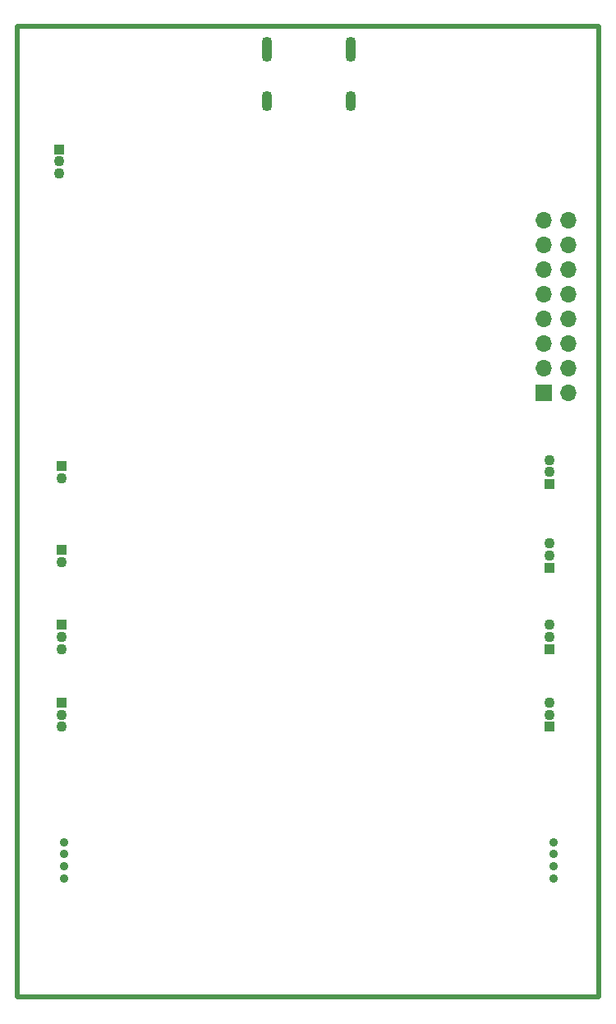
<source format=gbr>
%TF.GenerationSoftware,KiCad,Pcbnew,8.0.3*%
%TF.CreationDate,2024-06-18T17:24:28+01:00*%
%TF.ProjectId,Basic_DSP_V0_1,42617369-635f-4445-9350-5f56305f312e,rev?*%
%TF.SameCoordinates,Original*%
%TF.FileFunction,Copper,L3,Inr*%
%TF.FilePolarity,Positive*%
%FSLAX46Y46*%
G04 Gerber Fmt 4.6, Leading zero omitted, Abs format (unit mm)*
G04 Created by KiCad (PCBNEW 8.0.3) date 2024-06-18 17:24:28*
%MOMM*%
%LPD*%
G01*
G04 APERTURE LIST*
%TA.AperFunction,ComponentPad*%
%ADD10R,1.100000X1.100000*%
%TD*%
%TA.AperFunction,ComponentPad*%
%ADD11C,1.100000*%
%TD*%
%TA.AperFunction,ComponentPad*%
%ADD12C,0.900000*%
%TD*%
%TA.AperFunction,ComponentPad*%
%ADD13R,1.700000X1.700000*%
%TD*%
%TA.AperFunction,ComponentPad*%
%ADD14O,1.700000X1.700000*%
%TD*%
%TA.AperFunction,ComponentPad*%
%ADD15O,1.100000X2.100000*%
%TD*%
%TA.AperFunction,ComponentPad*%
%ADD16O,1.100000X2.600000*%
%TD*%
%TA.AperFunction,Profile*%
%ADD17C,0.500000*%
%TD*%
G04 APERTURE END LIST*
D10*
%TO.N,+3V3*%
%TO.C,J2*%
X78000000Y-365750000D03*
D11*
%TO.N,Net-(D25-A2)*%
X78000000Y-367000000D03*
%TO.N,GND*%
X78000000Y-368250000D03*
%TD*%
D10*
%TO.N,+3V3*%
%TO.C,J8*%
X128300000Y-359875000D03*
D11*
%TO.N,Net-(D10-A2)*%
X128300000Y-358625000D03*
%TO.N,GND*%
X128300000Y-357375000D03*
%TD*%
D10*
%TO.N,+3V3*%
%TO.C,J7*%
X128300000Y-351250000D03*
D11*
%TO.N,Net-(D8-A2)*%
X128300000Y-350000000D03*
%TO.N,GND*%
X128300000Y-348750000D03*
%TD*%
D12*
%TO.N,/Analogue/AUDIO_OUT_L*%
%TO.C,J11*%
X78275000Y-388125000D03*
%TO.N,GND*%
X78275000Y-389375000D03*
%TO.N,/Analogue/AUDIO_OUT_R*%
X78275000Y-390625000D03*
%TO.N,GND*%
X78275000Y-391875000D03*
%TD*%
D10*
%TO.N,/Connections/SWITCH_1*%
%TO.C,J15*%
X78000000Y-358000000D03*
D11*
%TO.N,GND*%
X78000000Y-359250000D03*
%TD*%
D10*
%TO.N,VCC*%
%TO.C,J1*%
X77700000Y-316750000D03*
D11*
%TO.N,unconnected-(J1-Pad2)*%
X77700000Y-318000000D03*
%TO.N,GND*%
X77700000Y-319250000D03*
%TD*%
D10*
%TO.N,+3V3*%
%TO.C,J3*%
X78000000Y-373750000D03*
D11*
%TO.N,Net-(D4-A2)*%
X78000000Y-375000000D03*
%TO.N,GND*%
X78000000Y-376250000D03*
%TD*%
D10*
%TO.N,/Connections/SWITCH_0*%
%TO.C,J14*%
X78000000Y-349375000D03*
D11*
%TO.N,GND*%
X78000000Y-350625000D03*
%TD*%
D12*
%TO.N,/Analogue/AUDIO_IN_L*%
%TO.C,J6*%
X128725000Y-391875000D03*
%TO.N,GND*%
X128725000Y-390625000D03*
%TO.N,/Analogue/AUDIO_IN_R*%
X128725000Y-389375000D03*
%TO.N,GND*%
X128725000Y-388125000D03*
%TD*%
D13*
%TO.N,+5V*%
%TO.C,J16*%
X127710000Y-341875000D03*
D14*
%TO.N,+3.3V*%
X130250000Y-341875000D03*
%TO.N,/Connections/GPIO0*%
X127710000Y-339335000D03*
%TO.N,/Connections/GPIO1*%
X130250000Y-339335000D03*
%TO.N,/Connections/GPIO2*%
X127710000Y-336795000D03*
%TO.N,/Connections/GPIO3*%
X130250000Y-336795000D03*
%TO.N,/Connections/GPIO4*%
X127710000Y-334255000D03*
%TO.N,/Connections/GPIO5*%
X130250000Y-334255000D03*
%TO.N,/Connections/GPIO6*%
X127710000Y-331715000D03*
%TO.N,/Connections/GPIO7*%
X130250000Y-331715000D03*
%TO.N,/Connections/GPIO8*%
X127710000Y-329175000D03*
%TO.N,/Connections/GPIO9*%
X130250000Y-329175000D03*
%TO.N,/Connections/GPIO10*%
X127710000Y-326635000D03*
%TO.N,/Connections/GPIO11*%
X130250000Y-326635000D03*
%TO.N,GND*%
X127710000Y-324095000D03*
X130250000Y-324095000D03*
%TD*%
D10*
%TO.N,+3V3*%
%TO.C,J10*%
X128300000Y-376250000D03*
D11*
%TO.N,Net-(D11-A2)*%
X128300000Y-375000000D03*
%TO.N,GND*%
X128300000Y-373750000D03*
%TD*%
D10*
%TO.N,+3V3*%
%TO.C,J9*%
X128300000Y-368250000D03*
D11*
%TO.N,Net-(D12-A2)*%
X128300000Y-367000000D03*
%TO.N,GND*%
X128300000Y-365750000D03*
%TD*%
D15*
%TO.N,unconnected-(J13-SHIELD-PadS1)*%
%TO.C,J13*%
X107820000Y-311805000D03*
D16*
X107820000Y-306445000D03*
D15*
X99180000Y-311805000D03*
D16*
X99180000Y-306445000D03*
%TD*%
D17*
X73400000Y-304100000D02*
X133400000Y-304100000D01*
X133400000Y-404100000D01*
X73400000Y-404100000D01*
X73400000Y-304100000D01*
M02*

</source>
